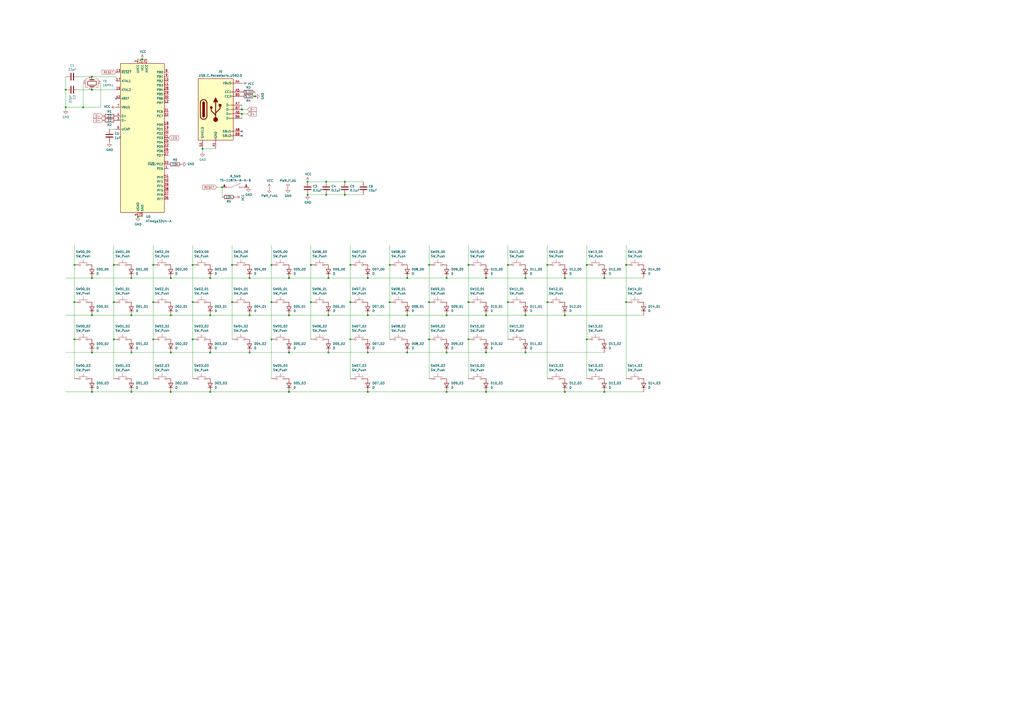
<source format=kicad_sch>
(kicad_sch (version 20211123) (generator eeschema)
  (paper "A2")
  (lib_symbols
    (symbol "Connector:USB_C_Receptacle_USB2.0" (pin_names (offset 1.016))
      (property "Reference" "J" (at -10.16 19.05 0))
      (property "Value" "USB_C_Receptacle_USB2.0" (at 19.05 19.05 0))
      (symbol "USB_C_Receptacle_USB2.0_1_1"
        (pin passive line (at 0 -22.86 90) (length 5.08) (name "GND") (number "A1"))
        (pin passive line (at 0 -22.86 90) (length 5.08) hide (name "GND") (number "A12"))
        (pin passive line (at 15.24 15.24 180) (length 5.08) (name "VBUS") (number "A4"))
        (pin bidirectional line (at 15.24 10.16 180) (length 5.08) (name "CC1") (number "A5"))
        (pin bidirectional line (at 15.24 -2.54 180) (length 5.08) (name "D+") (number "A6"))
        (pin bidirectional line (at 15.24 2.54 180) (length 5.08) (name "D-") (number "A7"))
        (pin bidirectional line (at 15.24 -12.7 180) (length 5.08) (name "SBU1") (number "A8"))
        (pin passive line (at 15.24 15.24 180) (length 5.08) hide (name "VBUS") (number "A9"))
        (pin passive line (at 0 -22.86 90) (length 5.08) hide (name "GND") (number "B1"))
        (pin passive line (at 0 -22.86 90) (length 5.08) hide (name "GND") (number "B12"))
        (pin passive line (at 15.24 15.24 180) (length 5.08) hide (name "VBUS") (number "B4"))
        (pin bidirectional line (at 15.24 7.62 180) (length 5.08) (name "CC2") (number "B5"))
        (pin bidirectional line (at 15.24 -5.08 180) (length 5.08) (name "D+") (number "B6"))
        (pin bidirectional line (at 15.24 0 180) (length 5.08) (name "D-") (number "B7"))
        (pin bidirectional line (at 15.24 -15.24 180) (length 5.08) (name "SBU2") (number "B8"))
        (pin passive line (at 15.24 15.24 180) (length 5.08) hide (name "VBUS") (number "B9"))
        (pin passive line (at -7.62 -22.86 90) (length 5.08) (name "SHIELD") (number "S1"))
      )
    )
    (symbol "Device:C" (pin_numbers hide) (pin_names (offset 0.254))
      (property "Reference" "C" (at 0.635 2.54 0))
      (property "Value" "C" (at 0.635 -2.54 0))
      (symbol "C_1_1"
        (pin passive line (at 0 3.81 270) (length 2.794) (name "~") (number "1"))
        (pin passive line (at 0 -3.81 90) (length 2.794) (name "~") (number "2"))
      )
    )
    (symbol "Device:Crystal_GND24" (pin_names (offset 1.016) hide)
      (property "Reference" "Y" (at 3.175 5.08 0))
      (property "Value" "Crystal_GND24" (at 3.175 3.175 0))
      (symbol "Crystal_GND24_1_1"
        (pin passive line (at -3.81 0 0) (length 1.27) (name "1") (number "1"))
        (pin passive line (at 0 5.08 270) (length 1.27) (name "2") (number "2"))
        (pin passive line (at 3.81 0 180) (length 1.27) (name "3") (number "3"))
        (pin passive line (at 0 -5.08 90) (length 1.27) (name "4") (number "4"))
      )
    )
    (symbol "Device:D" (pin_numbers hide) (pin_names (offset 1.016) hide)
      (property "Reference" "D" (at 0 2.54 0))
      (property "Value" "D" (at 0 -2.54 0))
      (symbol "D_1_1"
        (pin passive line (at -3.81 0 0) (length 2.54) (name "K") (number "1"))
        (pin passive line (at 3.81 0 180) (length 2.54) (name "A") (number "2"))
      )
    )
    (symbol "Device:R" (pin_numbers hide) (pin_names (offset 0))
      (property "Reference" "R" (at 2.032 0 90))
      (property "Value" "R" (at 0 0 90))
      (symbol "R_1_1"
        (pin passive line (at 0 3.81 270) (length 1.27) (name "~") (number "1"))
        (pin passive line (at 0 -3.81 90) (length 1.27) (name "~") (number "2"))
      )
    )
    (symbol "MCU_Microchip_ATmega:ATmega32U4-A"
      (property "Reference" "U" (at -12.7 44.45 0))
      (property "Value" "ATmega32U4-A" (at 2.54 -44.45 0))
      (symbol "ATmega32U4-A_1_1"
        (pin bidirectional line (at 15.24 -17.78 180) (length 2.54) (name "PE6") (number "1"))
        (pin bidirectional line (at 15.24 33.02 180) (length 2.54) (name "PB2") (number "10"))
        (pin bidirectional line (at 15.24 30.48 180) (length 2.54) (name "PB3") (number "11"))
        (pin bidirectional line (at 15.24 20.32 180) (length 2.54) (name "PB7") (number "12"))
        (pin input line (at -15.24 38.1 0) (length 2.54) (name "~{RESET}") (number "13"))
        (pin power_in line (at 0 45.72 270) (length 2.54) (name "VCC") (number "14"))
        (pin power_in line (at 0 -45.72 90) (length 2.54) (name "GND") (number "15"))
        (pin output line (at -15.24 27.94 0) (length 2.54) (name "XTAL2") (number "16"))
        (pin input line (at -15.24 33.02 0) (length 2.54) (name "XTAL1") (number "17"))
        (pin bidirectional line (at 15.24 7.62 180) (length 2.54) (name "PD0") (number "18"))
        (pin bidirectional line (at 15.24 5.08 180) (length 2.54) (name "PD1") (number "19"))
        (pin power_in line (at -2.54 45.72 270) (length 2.54) (name "UVCC") (number "2"))
        (pin bidirectional line (at 15.24 2.54 180) (length 2.54) (name "PD2") (number "20"))
        (pin bidirectional line (at 15.24 0 180) (length 2.54) (name "PD3") (number "21"))
        (pin bidirectional line (at 15.24 -5.08 180) (length 2.54) (name "PD5") (number "22"))
        (pin passive line (at 0 -45.72 90) (length 2.54) hide (name "GND") (number "23"))
        (pin power_in line (at 2.54 45.72 270) (length 2.54) (name "AVCC") (number "24"))
        (pin bidirectional line (at 15.24 -2.54 180) (length 2.54) (name "PD4") (number "25"))
        (pin bidirectional line (at 15.24 -7.62 180) (length 2.54) (name "PD6") (number "26"))
        (pin bidirectional line (at 15.24 -10.16 180) (length 2.54) (name "PD7") (number "27"))
        (pin bidirectional line (at 15.24 27.94 180) (length 2.54) (name "PB4") (number "28"))
        (pin bidirectional line (at 15.24 25.4 180) (length 2.54) (name "PB5") (number "29"))
        (pin bidirectional line (at -15.24 10.16 0) (length 2.54) (name "D-") (number "3"))
        (pin bidirectional line (at 15.24 22.86 180) (length 2.54) (name "PB6") (number "30"))
        (pin bidirectional line (at 15.24 15.24 180) (length 2.54) (name "PC6") (number "31"))
        (pin bidirectional line (at 15.24 12.7 180) (length 2.54) (name "PC7") (number "32"))
        (pin bidirectional line (at 15.24 -15.24 180) (length 2.54) (name "~{HWB}/PE2") (number "33"))
        (pin passive line (at 0 45.72 270) (length 2.54) hide (name "VCC") (number "34"))
        (pin passive line (at 0 -45.72 90) (length 2.54) hide (name "GND") (number "35"))
        (pin bidirectional line (at 15.24 -35.56 180) (length 2.54) (name "PF7") (number "36"))
        (pin bidirectional line (at 15.24 -33.02 180) (length 2.54) (name "PF6") (number "37"))
        (pin bidirectional line (at 15.24 -30.48 180) (length 2.54) (name "PF5") (number "38"))
        (pin bidirectional line (at 15.24 -27.94 180) (length 2.54) (name "PF4") (number "39"))
        (pin bidirectional line (at -15.24 12.7 0) (length 2.54) (name "D+") (number "4"))
        (pin bidirectional line (at 15.24 -25.4 180) (length 2.54) (name "PF1") (number "40"))
        (pin bidirectional line (at 15.24 -22.86 180) (length 2.54) (name "PF0") (number "41"))
        (pin passive line (at -15.24 22.86 0) (length 2.54) (name "AREF") (number "42"))
        (pin passive line (at 0 -45.72 90) (length 2.54) hide (name "GND") (number "43"))
        (pin passive line (at 2.54 45.72 270) (length 2.54) hide (name "AVCC") (number "44"))
        (pin passive line (at -2.54 -45.72 90) (length 2.54) (name "UGND") (number "5"))
        (pin passive line (at -15.24 5.08 0) (length 2.54) (name "UCAP") (number "6"))
        (pin input line (at -15.24 17.78 0) (length 2.54) (name "VBUS") (number "7"))
        (pin bidirectional line (at 15.24 38.1 180) (length 2.54) (name "PB0") (number "8"))
        (pin bidirectional line (at 15.24 35.56 180) (length 2.54) (name "PB1") (number "9"))
      )
    )
    (symbol "Switch:SW_Push" (pin_numbers hide) (pin_names (offset 1.016) hide)
      (property "Reference" "SW" (at 1.27 2.54 0))
      (property "Value" "SW_Push" (at 0 -1.524 0))
      (symbol "SW_Push_0_1"
        (pin passive line (at -5.08 0 0) (length 2.54) (name "1") (number "1"))
        (pin passive line (at 5.08 0 180) (length 2.54) (name "2") (number "2"))
      )
    )
    (symbol "TS-1187A-B-A-B:TS-1187A-B-A-B" (pin_names (offset 1.016) hide)
      (property "Reference" "S" (at -2.54 2.54 0))
      (property "Value" "TS-1187A-B-A-B" (at -2.54 -2.54 0))
      (symbol "TS-1187A-B-A-B_0_0"
        (pin passive line (at -7.62 0 0) (length 2.54) (name "~") (number "A"))
        (pin passive line (at -7.62 0 0) (length 2.54) (name "~") (number "B"))
        (pin passive line (at 7.62 0 180) (length 2.54) (name "~") (number "C"))
        (pin passive line (at 7.62 0 180) (length 2.54) (name "~") (number "D"))
      )
    )
    (symbol "power:GND" (power) (pin_names (offset 0))
      (property "Value" "GND" (at 0 -3.81 0))
      (symbol "GND_1_1"
        (pin power_in line (at 0 0 270) (length 0) hide (name "GND") (number "1"))
      )
    )
    (symbol "power:PWR_FLAG" (power) (pin_numbers hide) (pin_names (offset 0) hide)
      (property "Value" "PWR_FLAG" (at 0 3.81 0))
      (symbol "PWR_FLAG_0_0"
        (pin power_out line (at 0 0 90) (length 0) (name "pwr") (number "1"))
      )
    )
    (symbol "power:VCC" (power) (pin_names (offset 0))
      (property "Value" "VCC" (at 0 3.81 0))
      (symbol "VCC_1_1"
        (pin power_in line (at 0 0 90) (length 0) hide (name "VCC") (number "1"))
      )
    )
  )
  (junction (at 53.34 182.88))
  (junction (at 281.94 204.47))
  (junction (at 200.025 113.03))
  (junction (at 99.06 204.47))
  (junction (at 226.06 175.26))
  (junction (at 248.92 153.67))
  (junction (at 350.52 161.29))
  (junction (at 134.62 175.26))
  (junction (at 327.66 161.29))
  (junction (at 213.36 227.33))
  (junction (at 213.36 161.29))
  (junction (at 38.1 62.23))
  (junction (at 128.905 108.585))
  (junction (at 140.335 63.5))
  (junction (at 304.8 204.47))
  (junction (at 43.18 153.67))
  (junction (at 271.78 153.67))
  (junction (at 203.2 196.85))
  (junction (at 82.55 34.29))
  (junction (at 271.78 175.26))
  (junction (at 180.34 153.67))
  (junction (at 111.76 196.85))
  (junction (at 66.04 175.26))
  (junction (at 157.48 175.26))
  (junction (at 167.64 182.88))
  (junction (at 157.48 196.85))
  (junction (at 259.08 161.29))
  (junction (at 88.9 196.85))
  (junction (at 226.06 153.67))
  (junction (at 180.34 175.26))
  (junction (at 189.23 113.03))
  (junction (at 76.2 182.88))
  (junction (at 304.8 161.29))
  (junction (at 134.62 153.67))
  (junction (at 203.2 153.67))
  (junction (at 294.64 175.26))
  (junction (at 190.5 204.47))
  (junction (at 121.92 204.47))
  (junction (at 144.78 182.88))
  (junction (at 304.8 182.88))
  (junction (at 121.92 161.29))
  (junction (at 281.94 182.88))
  (junction (at 38.1 52.07))
  (junction (at 317.5 175.26))
  (junction (at 259.08 227.33))
  (junction (at 80.01 125.73))
  (junction (at 117.475 86.36))
  (junction (at 363.22 175.26))
  (junction (at 157.48 153.67))
  (junction (at 248.92 175.26))
  (junction (at 271.78 196.85))
  (junction (at 99.06 182.88))
  (junction (at 43.18 196.85))
  (junction (at 88.9 153.67))
  (junction (at 66.04 153.67))
  (junction (at 99.06 161.29))
  (junction (at 111.76 153.67))
  (junction (at 121.92 227.33))
  (junction (at 327.66 182.88))
  (junction (at 259.08 204.47))
  (junction (at 167.64 227.33))
  (junction (at 76.2 227.33))
  (junction (at 363.22 153.67))
  (junction (at 203.2 175.26))
  (junction (at 327.66 227.33))
  (junction (at 213.36 204.47))
  (junction (at 259.08 182.88))
  (junction (at 213.36 182.88))
  (junction (at 43.18 175.26))
  (junction (at 144.78 161.29))
  (junction (at 236.22 161.29))
  (junction (at 66.04 196.85))
  (junction (at 53.34 227.33))
  (junction (at 200.025 105.41))
  (junction (at 121.92 182.88))
  (junction (at 178.435 105.41))
  (junction (at 317.5 153.67))
  (junction (at 189.23 105.41))
  (junction (at 111.76 175.26))
  (junction (at 340.36 196.85))
  (junction (at 350.52 227.33))
  (junction (at 53.34 204.47))
  (junction (at 167.64 204.47))
  (junction (at 190.5 182.88))
  (junction (at 144.78 204.47))
  (junction (at 167.64 161.29))
  (junction (at 248.92 196.85))
  (junction (at 76.2 204.47))
  (junction (at 281.94 161.29))
  (junction (at 88.9 175.26))
  (junction (at 236.22 204.47))
  (junction (at 340.36 153.67))
  (junction (at 281.94 227.33))
  (junction (at 190.5 161.29))
  (junction (at 99.06 227.33))
  (junction (at 53.34 44.45))
  (junction (at 294.64 153.67))
  (junction (at 140.335 66.04))
  (junction (at 236.22 182.88))
  (junction (at 48.26 62.23))
  (junction (at 76.2 161.29))
  (junction (at 178.435 113.03))
  (junction (at 53.34 52.07))
  (junction (at 53.34 161.29))
  (junction (at 147.955 55.88))
  (no_connect (at 140.335 76.2))
  (no_connect (at 67.31 57.15))
  (no_connect (at 140.335 78.74))
  (wire (pts (xy 157.48 153.67) (xy 157.48 175.26)))
  (wire (pts (xy 294.64 153.67) (xy 294.64 175.26)))
  (wire (pts (xy 304.8 161.29) (xy 327.66 161.29)))
  (wire (pts (xy 76.2 227.33) (xy 99.06 227.33)))
  (wire (pts (xy 259.08 161.29) (xy 281.94 161.29)))
  (wire (pts (xy 304.8 204.47) (xy 350.52 204.47)))
  (wire (pts (xy 38.1 44.45) (xy 38.1 52.07)))
  (wire (pts (xy 99.06 182.88) (xy 121.92 182.88)))
  (wire (pts (xy 167.64 182.88) (xy 190.5 182.88)))
  (wire (pts (xy 363.22 153.67) (xy 363.22 175.26)))
  (wire (pts (xy 111.76 142.24) (xy 111.76 153.67)))
  (wire (pts (xy 203.2 153.67) (xy 203.2 175.26)))
  (wire (pts (xy 203.2 175.26) (xy 203.2 196.85)))
  (wire (pts (xy 88.9 175.26) (xy 88.9 196.85)))
  (wire (pts (xy 281.94 204.47) (xy 304.8 204.47)))
  (wire (pts (xy 111.76 153.67) (xy 111.76 175.26)))
  (wire (pts (xy 340.36 153.67) (xy 340.36 196.85)))
  (wire (pts (xy 117.475 86.36) (xy 125.095 86.36)))
  (wire (pts (xy 53.34 161.29) (xy 76.2 161.29)))
  (wire (pts (xy 121.92 182.88) (xy 144.78 182.88)))
  (wire (pts (xy 80.01 34.29) (xy 82.55 34.29)))
  (wire (pts (xy 140.335 63.5) (xy 143.51 63.5)))
  (wire (pts (xy 134.62 153.67) (xy 134.62 175.26)))
  (wire (pts (xy 340.36 142.24) (xy 340.36 153.67)))
  (wire (pts (xy 66.04 153.67) (xy 66.04 175.26)))
  (wire (pts (xy 117.475 86.36) (xy 117.475 88.265)))
  (wire (pts (xy 180.34 142.24) (xy 180.34 153.67)))
  (wire (pts (xy 317.5 175.26) (xy 317.5 219.71)))
  (wire (pts (xy 38.1 52.07) (xy 38.1 62.23)))
  (wire (pts (xy 66.04 196.85) (xy 66.04 219.71)))
  (wire (pts (xy 248.92 153.67) (xy 248.92 175.26)))
  (wire (pts (xy 259.08 182.88) (xy 281.94 182.88)))
  (wire (pts (xy 271.78 175.26) (xy 271.78 196.85)))
  (wire (pts (xy 236.22 204.47) (xy 259.08 204.47)))
  (wire (pts (xy 363.22 175.26) (xy 363.22 219.71)))
  (wire (pts (xy 327.66 182.88) (xy 373.38 182.88)))
  (wire (pts (xy 236.22 161.29) (xy 259.08 161.29)))
  (wire (pts (xy 88.9 153.67) (xy 88.9 175.26)))
  (wire (pts (xy 140.335 60.96) (xy 140.335 63.5)))
  (wire (pts (xy 281.94 227.33) (xy 327.66 227.33)))
  (wire (pts (xy 167.64 227.33) (xy 213.36 227.33)))
  (wire (pts (xy 38.1 182.88) (xy 53.34 182.88)))
  (wire (pts (xy 121.92 161.29) (xy 144.78 161.29)))
  (wire (pts (xy 66.04 175.26) (xy 66.04 196.85)))
  (wire (pts (xy 99.06 227.33) (xy 121.92 227.33)))
  (wire (pts (xy 226.06 142.24) (xy 226.06 153.67)))
  (wire (pts (xy 53.34 44.45) (xy 67.31 44.45)))
  (wire (pts (xy 144.78 204.47) (xy 167.64 204.47)))
  (wire (pts (xy 271.78 153.67) (xy 271.78 175.26)))
  (wire (pts (xy 317.5 153.67) (xy 317.5 175.26)))
  (wire (pts (xy 38.1 62.23) (xy 38.1 63.5)))
  (wire (pts (xy 350.52 227.33) (xy 373.38 227.33)))
  (wire (pts (xy 99.06 161.29) (xy 121.92 161.29)))
  (wire (pts (xy 99.06 204.47) (xy 121.92 204.47)))
  (wire (pts (xy 203.2 142.24) (xy 203.2 153.67)))
  (wire (pts (xy 213.36 161.29) (xy 236.22 161.29)))
  (wire (pts (xy 304.8 182.88) (xy 327.66 182.88)))
  (wire (pts (xy 200.025 105.41) (xy 189.23 105.41)))
  (wire (pts (xy 111.76 175.26) (xy 111.76 196.85)))
  (wire (pts (xy 63.5 74.93) (xy 67.31 74.93)))
  (wire (pts (xy 271.78 196.85) (xy 271.78 219.71)))
  (wire (pts (xy 58.42 48.26) (xy 58.42 62.23)))
  (wire (pts (xy 248.92 196.85) (xy 248.92 219.71)))
  (wire (pts (xy 48.26 48.26) (xy 48.26 62.23)))
  (wire (pts (xy 121.92 227.33) (xy 167.64 227.33)))
  (wire (pts (xy 327.66 161.29) (xy 350.52 161.29)))
  (wire (pts (xy 157.48 142.24) (xy 157.48 153.67)))
  (wire (pts (xy 88.9 196.85) (xy 88.9 219.71)))
  (wire (pts (xy 226.06 175.26) (xy 226.06 196.85)))
  (wire (pts (xy 294.64 142.24) (xy 294.64 153.67)))
  (wire (pts (xy 140.335 66.04) (xy 143.51 66.04)))
  (wire (pts (xy 43.18 142.24) (xy 43.18 153.67)))
  (wire (pts (xy 157.48 175.26) (xy 157.48 196.85)))
  (wire (pts (xy 213.36 227.33) (xy 259.08 227.33)))
  (wire (pts (xy 88.9 142.24) (xy 88.9 153.67)))
  (wire (pts (xy 38.1 204.47) (xy 53.34 204.47)))
  (wire (pts (xy 327.66 227.33) (xy 350.52 227.33)))
  (wire (pts (xy 67.31 46.99) (xy 67.31 44.45)))
  (wire (pts (xy 200.025 113.03) (xy 189.23 113.03)))
  (wire (pts (xy 350.52 161.29) (xy 373.38 161.29)))
  (wire (pts (xy 213.36 204.47) (xy 236.22 204.47)))
  (wire (pts (xy 43.18 196.85) (xy 43.18 219.71)))
  (wire (pts (xy 38.1 62.23) (xy 48.26 62.23)))
  (wire (pts (xy 38.1 227.33) (xy 53.34 227.33)))
  (wire (pts (xy 189.23 113.03) (xy 178.435 113.03)))
  (wire (pts (xy 134.62 142.24) (xy 134.62 153.67)))
  (wire (pts (xy 294.64 175.26) (xy 294.64 196.85)))
  (wire (pts (xy 43.18 175.26) (xy 43.18 196.85)))
  (wire (pts (xy 180.34 175.26) (xy 180.34 196.85)))
  (wire (pts (xy 82.55 34.29) (xy 85.09 34.29)))
  (wire (pts (xy 226.06 153.67) (xy 226.06 175.26)))
  (wire (pts (xy 144.78 182.88) (xy 167.64 182.88)))
  (wire (pts (xy 200.025 105.41) (xy 210.82 105.41)))
  (wire (pts (xy 121.92 204.47) (xy 144.78 204.47)))
  (wire (pts (xy 76.2 204.47) (xy 99.06 204.47)))
  (wire (pts (xy 236.22 182.88) (xy 259.08 182.88)))
  (wire (pts (xy 281.94 161.29) (xy 304.8 161.29)))
  (wire (pts (xy 111.76 196.85) (xy 111.76 219.71)))
  (wire (pts (xy 190.5 161.29) (xy 213.36 161.29)))
  (wire (pts (xy 53.34 204.47) (xy 76.2 204.47)))
  (wire (pts (xy 45.72 52.07) (xy 53.34 52.07)))
  (wire (pts (xy 147.955 53.34) (xy 147.955 55.88)))
  (wire (pts (xy 167.64 204.47) (xy 190.5 204.47)))
  (wire (pts (xy 167.64 161.29) (xy 190.5 161.29)))
  (wire (pts (xy 125.73 108.585) (xy 128.905 108.585)))
  (wire (pts (xy 53.34 182.88) (xy 76.2 182.88)))
  (wire (pts (xy 43.18 153.67) (xy 43.18 175.26)))
  (wire (pts (xy 128.905 108.585) (xy 128.905 114.3)))
  (wire (pts (xy 45.72 44.45) (xy 53.34 44.45)))
  (wire (pts (xy 76.2 161.29) (xy 99.06 161.29)))
  (wire (pts (xy 190.5 182.88) (xy 213.36 182.88)))
  (wire (pts (xy 66.04 142.24) (xy 66.04 153.67)))
  (wire (pts (xy 363.22 142.24) (xy 363.22 153.67)))
  (wire (pts (xy 203.2 196.85) (xy 203.2 219.71)))
  (wire (pts (xy 213.36 182.88) (xy 236.22 182.88)))
  (wire (pts (xy 180.34 153.67) (xy 180.34 175.26)))
  (wire (pts (xy 200.025 113.03) (xy 210.82 113.03)))
  (wire (pts (xy 48.26 62.23) (xy 58.42 62.23)))
  (wire (pts (xy 340.36 196.85) (xy 340.36 219.71)))
  (wire (pts (xy 189.23 105.41) (xy 178.435 105.41)))
  (wire (pts (xy 80.01 125.73) (xy 82.55 125.73)))
  (wire (pts (xy 38.1 161.29) (xy 53.34 161.29)))
  (wire (pts (xy 76.2 182.88) (xy 99.06 182.88)))
  (wire (pts (xy 281.94 182.88) (xy 304.8 182.88)))
  (wire (pts (xy 248.92 175.26) (xy 248.92 196.85)))
  (wire (pts (xy 271.78 142.24) (xy 271.78 153.67)))
  (wire (pts (xy 134.62 175.26) (xy 134.62 196.85)))
  (wire (pts (xy 144.78 161.29) (xy 167.64 161.29)))
  (wire (pts (xy 53.34 227.33) (xy 76.2 227.33)))
  (wire (pts (xy 140.335 66.04) (xy 140.335 68.58)))
  (wire (pts (xy 259.08 227.33) (xy 281.94 227.33)))
  (wire (pts (xy 157.48 196.85) (xy 157.48 219.71)))
  (wire (pts (xy 259.08 204.47) (xy 281.94 204.47)))
  (wire (pts (xy 190.5 204.47) (xy 213.36 204.47)))
  (wire (pts (xy 248.92 142.24) (xy 248.92 153.67)))
  (wire (pts (xy 317.5 142.24) (xy 317.5 153.67)))
  (wire (pts (xy 53.34 52.07) (xy 67.31 52.07)))
  (global_label "D-" (shape input) (at 143.51 63.5 0) (property "Intersheet References" "${INTERSHEET_REFS}" (effects hide)))
  (global_label "D+" (shape input) (at 59.69 67.31 180) (property "Intersheet References" "${INTERSHEET_REFS}" (effects hide)))
  (global_label "D+" (shape input) (at 143.51 66.04 0) (property "Intersheet References" "${INTERSHEET_REFS}" (effects hide)))
  (global_label "LED" (shape input) (at 97.79 80.01 0) (property "Intersheet References" "${INTERSHEET_REFS}" (effects hide)))
  (global_label "RESET" (shape input) (at 67.31 41.91 180) (property "Intersheet References" "${INTERSHEET_REFS}" (effects hide)))
  (global_label "D-" (shape input) (at 59.69 69.85 180) (property "Intersheet References" "${INTERSHEET_REFS}" (effects hide)))
  (global_label "RESET" (shape input) (at 125.73 108.585 180) (property "Intersheet References" "${INTERSHEET_REFS}" (effects hide)))
  (symbol (lib_id "Device:C") (at 41.91 52.07 270) (unit 1)
    (property "Reference" "C2" (at 43.0784 54.991 0) (effects (justify left)))
    (property "Value" "22pF" (at 40.767 54.991 0) (effects (justify left)))
    (property "Footprint" "Capacitor_SMD:C_1206_3216Metric" (effects hide))
  )
  (symbol (lib_id "Device:D") (at 53.34 179.07 90) (unit 1)
    (property "Reference" "D00_01" (at 55.88 177.7999 90) (effects (justify right)))
    (property "Value" "D" (at 55.88 180.3399 90) (effects (justify right)))
    (property "Footprint" "random-keyboard-parts:D_SOD-123-Pretty" (effects hide))
  )
  (symbol (lib_id "TS-1187A-B-A-B:TS-1187A-B-A-B") (at 136.525 108.585 0) (unit 1)
    (property "Reference" "R_SW0" (at 136.525 102.2604 0))
    (property "Value" "TS-1187A-B-A-B" (at 136.525 104.5718 0))
    (property "Footprint" "TS-1187A-B-A-B:SW_TS-1187A-B-A-B" (effects hide))
    (property "MANUFACTURER" "XKB Industrial Precision" (effects hide))
    (property "PARTREV" "A0" (effects hide))
    (property "MAXIMUM_PACKAGE_HEIGHT" "1.5mm" (effects hide))
    (property "STANDARD" "Manufacturer Recommendations" (effects hide))
  )
  (symbol (lib_id "Device:D") (at 99.06 223.52 90) (unit 1)
    (property "Reference" "D02_03" (at 101.6 222.2499 90) (effects (justify right)))
    (property "Value" "D" (at 101.6 224.7899 90) (effects (justify right)))
    (property "Footprint" "random-keyboard-parts:D_SOD-123-Pretty" (effects hide))
  )
  (symbol (lib_id "Device:D") (at 53.34 157.48 90) (unit 1)
    (property "Reference" "D00_00" (at 55.88 156.2099 90) (effects (justify right)))
    (property "Value" "D" (at 55.88 158.7499 90) (effects (justify right)))
    (property "Footprint" "random-keyboard-parts:D_SOD-123-Pretty" (effects hide))
  )
  (symbol (lib_id "Device:R") (at 63.5 67.31 270) (unit 1)
    (property "Reference" "R1" (at 63.5 64.77 90))
    (property "Value" "22" (at 63.5 67.31 90))
    (property "Footprint" "Resistor_SMD:R_1206_3216Metric" (effects hide))
  )
  (symbol (lib_id "Device:D") (at 213.36 200.66 90) (unit 1)
    (property "Reference" "D07_02" (at 215.9 199.3899 90) (effects (justify right)))
    (property "Value" "D" (at 215.9 201.9299 90) (effects (justify right)))
    (property "Footprint" "random-keyboard-parts:D_SOD-123-Pretty" (effects hide))
  )
  (symbol (lib_id "Device:D") (at 167.64 179.07 90) (unit 1)
    (property "Reference" "D05_01" (at 170.18 177.7999 90) (effects (justify right)))
    (property "Value" "D" (at 170.18 180.3399 90) (effects (justify right)))
    (property "Footprint" "random-keyboard-parts:D_SOD-123-Pretty" (effects hide))
  )
  (symbol (lib_id "Device:D") (at 53.34 200.66 90) (unit 1)
    (property "Reference" "D00_02" (at 55.88 199.3899 90) (effects (justify right)))
    (property "Value" "D" (at 55.88 201.9299 90) (effects (justify right)))
    (property "Footprint" "random-keyboard-parts:D_SOD-123-Pretty" (effects hide))
  )
  (symbol (lib_id "Switch:SW_Push") (at 368.3 153.67 0) (unit 1)
    (property "Reference" "SW14_00" (at 368.3 146.05 0))
    (property "Value" "SW_Push" (at 368.3 148.59 0))
    (property "Footprint" "MX_Only:MXOnly-1U-Hotswap" (effects hide))
  )
  (symbol (lib_id "Device:D") (at 350.52 157.48 90) (unit 1)
    (property "Reference" "D13_00" (at 353.06 156.2099 90) (effects (justify right)))
    (property "Value" "D" (at 353.06 158.7499 90) (effects (justify right)))
    (property "Footprint" "random-keyboard-parts:D_SOD-123-Pretty" (effects hide))
  )
  (symbol (lib_id "Switch:SW_Push") (at 162.56 153.67 0) (unit 1)
    (property "Reference" "SW05_00" (at 162.56 146.05 0))
    (property "Value" "SW_Push" (at 162.56 148.59 0))
    (property "Footprint" "MX_Only:MXOnly-1U-Hotswap" (effects hide))
  )
  (symbol (lib_id "Device:D") (at 373.38 157.48 90) (unit 1)
    (property "Reference" "D14_00" (at 375.92 156.2099 90) (effects (justify right)))
    (property "Value" "D" (at 375.92 158.7499 90) (effects (justify right)))
    (property "Footprint" "random-keyboard-parts:D_SOD-123-Pretty" (effects hide))
  )
  (symbol (lib_id "power:GND") (at 105.41 95.25 90) (unit 1)
    (property "Reference" "#PWR0108" (effects hide))
    (property "Value" "GND" (at 108.6612 95.123 90) (effects (justify right)))
  )
  (symbol (lib_id "Device:D") (at 259.08 179.07 90) (unit 1)
    (property "Reference" "D09_01" (at 261.62 177.7999 90) (effects (justify right)))
    (property "Value" "D" (at 261.62 180.3399 90) (effects (justify right)))
    (property "Footprint" "random-keyboard-parts:D_SOD-123-Pretty" (effects hide))
  )
  (symbol (lib_id "Switch:SW_Push") (at 276.86 175.26 0) (unit 1)
    (property "Reference" "SW10_01" (at 276.86 167.64 0))
    (property "Value" "SW_Push" (at 276.86 170.18 0))
    (property "Footprint" "MX_Only:MXOnly-1.5U-Hotswap" (effects hide))
  )
  (symbol (lib_id "Device:C") (at 189.23 109.22 0) (unit 1)
    (property "Reference" "C4" (at 192.151 108.0516 0) (effects (justify left)))
    (property "Value" "0.1μF" (at 192.151 110.363 0) (effects (justify left)))
    (property "Footprint" "Capacitor_SMD:C_1206_3216Metric" (effects hide))
  )
  (symbol (lib_id "Device:D") (at 144.78 200.66 90) (unit 1)
    (property "Reference" "D04_02" (at 147.32 199.3899 90) (effects (justify right)))
    (property "Value" "D" (at 147.32 201.9299 90) (effects (justify right)))
    (property "Footprint" "random-keyboard-parts:D_SOD-123-Pretty" (effects hide))
  )
  (symbol (lib_id "MCU_Microchip_ATmega:ATmega32U4-A") (at 82.55 80.01 0) (unit 1)
    (property "Reference" "U0" (at 84.5694 125.73 0) (effects (justify left)))
    (property "Value" "ATmega32U4-A" (at 84.5694 128.27 0) (effects (justify left)))
    (property "Footprint" "Package_QFP:TQFP-44_10x10mm_P0.8mm" (effects hide))
    (property "Datasheet" "http://ww1.microchip.com/downloads/en/DeviceDoc/Atmel-7766-8-bit-AVR-ATmega16U4-32U4_Datasheet.pdf" (effects hide))
  )
  (symbol (lib_id "Device:D") (at 144.78 179.07 90) (unit 1)
    (property "Reference" "D04_01" (at 147.32 177.7999 90) (effects (justify right)))
    (property "Value" "D" (at 147.32 180.3399 90) (effects (justify right)))
    (property "Footprint" "random-keyboard-parts:D_SOD-123-Pretty" (effects hide))
  )
  (symbol (lib_id "Device:D") (at 76.2 223.52 90) (unit 1)
    (property "Reference" "D01_03" (at 78.74 222.2499 90) (effects (justify right)))
    (property "Value" "D" (at 78.74 224.7899 90) (effects (justify right)))
    (property "Footprint" "random-keyboard-parts:D_SOD-123-Pretty" (effects hide))
  )
  (symbol (lib_id "Device:D") (at 327.66 223.52 90) (unit 1)
    (property "Reference" "D12_03" (at 330.2 222.2499 90) (effects (justify right)))
    (property "Value" "D" (at 330.2 224.7899 90) (effects (justify right)))
    (property "Footprint" "random-keyboard-parts:D_SOD-123-Pretty" (effects hide))
  )
  (symbol (lib_id "Device:C") (at 178.435 109.22 0) (unit 1)
    (property "Reference" "C3" (at 181.356 108.0516 0) (effects (justify left)))
    (property "Value" "0.1μF" (at 181.356 110.363 0) (effects (justify left)))
    (property "Footprint" "Capacitor_SMD:C_1206_3216Metric" (effects hide))
  )
  (symbol (lib_id "Device:D") (at 76.2 157.48 90) (unit 1)
    (property "Reference" "D01_00" (at 78.74 156.2099 90) (effects (justify right)))
    (property "Value" "D" (at 78.74 158.7499 90) (effects (justify right)))
    (property "Footprint" "random-keyboard-parts:D_SOD-123-Pretty" (effects hide))
  )
  (symbol (lib_id "Switch:SW_Push") (at 208.28 175.26 0) (unit 1)
    (property "Reference" "SW07_01" (at 208.28 167.64 0))
    (property "Value" "SW_Push" (at 208.28 170.18 0))
    (property "Footprint" "MX_Only:MXOnly-1.5U-Hotswap" (effects hide))
  )
  (symbol (lib_id "Device:C") (at 210.82 109.22 0) (unit 1)
    (property "Reference" "C6" (at 213.741 108.0516 0) (effects (justify left)))
    (property "Value" "10μF" (at 213.741 110.363 0) (effects (justify left)))
    (property "Footprint" "Capacitor_SMD:C_1206_3216Metric" (effects hide))
  )
  (symbol (lib_id "power:GND") (at 144.145 108.585 0) (unit 1)
    (property "Reference" "#PWR0111" (effects hide))
    (property "Value" "GND" (at 144.272 112.9792 0))
  )
  (symbol (lib_id "Switch:SW_Push") (at 116.84 153.67 0) (unit 1)
    (property "Reference" "SW03_00" (at 116.84 146.05 0))
    (property "Value" "SW_Push" (at 116.84 148.59 0))
    (property "Footprint" "MX_Only:MXOnly-1U-Hotswap" (effects hide))
  )
  (symbol (lib_id "Switch:SW_Push") (at 71.12 219.71 0) (unit 1)
    (property "Reference" "SW01_03" (at 71.12 212.09 0))
    (property "Value" "SW_Push" (at 71.12 214.63 0))
    (property "Footprint" "MX_Only:MXOnly-1.25U-Hotswap" (effects hide))
  )
  (symbol (lib_id "Device:D") (at 281.94 157.48 90) (unit 1)
    (property "Reference" "D10_00" (at 284.48 156.2099 90) (effects (justify right)))
    (property "Value" "D" (at 284.48 158.7499 90) (effects (justify right)))
    (property "Footprint" "random-keyboard-parts:D_SOD-123-Pretty" (effects hide))
  )
  (symbol (lib_id "Switch:SW_Push") (at 162.56 175.26 0) (unit 1)
    (property "Reference" "SW05_01" (at 162.56 167.64 0))
    (property "Value" "SW_Push" (at 162.56 170.18 0))
    (property "Footprint" "MX_Only:MXOnly-1.5U-Hotswap" (effects hide))
  )
  (symbol (lib_id "Switch:SW_Push") (at 48.26 153.67 0) (unit 1)
    (property "Reference" "SW00_00" (at 48.26 146.05 0))
    (property "Value" "SW_Push" (at 48.26 148.59 0))
    (property "Footprint" "MX_Only:MXOnly-1U-Hotswap" (effects hide))
  )
  (symbol (lib_id "Switch:SW_Push") (at 299.72 175.26 0) (unit 1)
    (property "Reference" "SW11_01" (at 299.72 167.64 0))
    (property "Value" "SW_Push" (at 299.72 170.18 0))
    (property "Footprint" "MX_Only:MXOnly-1.5U-Hotswap" (effects hide))
  )
  (symbol (lib_id "Switch:SW_Push") (at 139.7 153.67 0) (unit 1)
    (property "Reference" "SW04_00" (at 139.7 146.05 0))
    (property "Value" "SW_Push" (at 139.7 148.59 0))
    (property "Footprint" "MX_Only:MXOnly-1U-Hotswap" (effects hide))
  )
  (symbol (lib_id "Device:R") (at 144.145 53.34 270) (unit 1)
    (property "Reference" "R3" (at 144.145 50.8 90))
    (property "Value" "5.1k" (at 144.145 53.34 90))
    (property "Footprint" "Resistor_SMD:R_1206_3216Metric" (effects hide))
  )
  (symbol (lib_id "Switch:SW_Push") (at 116.84 175.26 0) (unit 1)
    (property "Reference" "SW03_01" (at 116.84 167.64 0))
    (property "Value" "SW_Push" (at 116.84 170.18 0))
    (property "Footprint" "MX_Only:MXOnly-1.5U-Hotswap" (effects hide))
  )
  (symbol (lib_id "Device:D") (at 281.94 223.52 90) (unit 1)
    (property "Reference" "D10_03" (at 284.48 222.2499 90) (effects (justify right)))
    (property "Value" "D" (at 284.48 224.7899 90) (effects (justify right)))
    (property "Footprint" "random-keyboard-parts:D_SOD-123-Pretty" (effects hide))
  )
  (symbol (lib_id "Device:D") (at 99.06 179.07 90) (unit 1)
    (property "Reference" "D02_01" (at 101.6 177.7999 90) (effects (justify right)))
    (property "Value" "D" (at 101.6 180.3399 90) (effects (justify right)))
    (property "Footprint" "random-keyboard-parts:D_SOD-123-Pretty" (effects hide))
  )
  (symbol (lib_id "Device:D") (at 350.52 223.52 90) (unit 1)
    (property "Reference" "D13_03" (at 353.06 222.2499 90) (effects (justify right)))
    (property "Value" "D" (at 353.06 224.7899 90) (effects (justify right)))
    (property "Footprint" "random-keyboard-parts:D_SOD-123-Pretty" (effects hide))
  )
  (symbol (lib_id "Device:D") (at 281.94 179.07 90) (unit 1)
    (property "Reference" "D10_01" (at 284.48 177.7999 90) (effects (justify right)))
    (property "Value" "D" (at 284.48 180.3399 90) (effects (justify right)))
    (property "Footprint" "random-keyboard-parts:D_SOD-123-Pretty" (effects hide))
  )
  (symbol (lib_id "Device:D") (at 213.36 223.52 90) (unit 1)
    (property "Reference" "D07_03" (at 215.9 222.2499 90) (effects (justify right)))
    (property "Value" "D" (at 215.9 224.7899 90) (effects (justify right)))
    (property "Footprint" "random-keyboard-parts:D_SOD-123-Pretty" (effects hide))
  )
  (symbol (lib_id "Switch:SW_Push") (at 254 175.26 0) (unit 1)
    (property "Reference" "SW09_01" (at 254 167.64 0))
    (property "Value" "SW_Push" (at 254 170.18 0))
    (property "Footprint" "MX_Only:MXOnly-1.5U-Hotswap" (effects hide))
  )
  (symbol (lib_id "Connector:USB_C_Receptacle_USB2.0") (at 125.095 63.5 0) (unit 1)
    (property "Reference" "J0" (at 127.8128 41.4782 0))
    (property "Value" "USB_C_Receptacle_USB2.0" (at 127.8128 43.7896 0))
    (property "Footprint" "Connector_USB:USB_C_Receptacle_HRO_TYPE-C-31-M-12" (effects hide))
    (property "Datasheet" "https://www.usb.org/sites/default/files/documents/usb_type-c.zip" (effects hide))
  )
  (symbol (lib_id "Device:D") (at 190.5 179.07 90) (unit 1)
    (property "Reference" "D06_01" (at 193.04 177.7999 90) (effects (justify right)))
    (property "Value" "D" (at 193.04 180.3399 90) (effects (justify right)))
    (property "Footprint" "random-keyboard-parts:D_SOD-123-Pretty" (effects hide))
  )
  (symbol (lib_id "Device:R") (at 132.715 114.3 270) (unit 1)
    (property "Reference" "R5" (at 132.715 116.84 90))
    (property "Value" "10k" (at 132.715 114.3 90))
    (property "Footprint" "Resistor_SMD:R_1206_3216Metric" (effects hide))
  )
  (symbol (lib_id "Switch:SW_Push") (at 71.12 196.85 0) (unit 1)
    (property "Reference" "SW01_02" (at 71.12 189.23 0))
    (property "Value" "SW_Push" (at 71.12 191.77 0))
    (property "Footprint" "MX_Only:MXOnly-1.25U-Hotswap" (effects hide))
  )
  (symbol (lib_id "Device:D") (at 190.5 157.48 90) (unit 1)
    (property "Reference" "D06_00" (at 193.04 156.2099 90) (effects (justify right)))
    (property "Value" "D" (at 193.04 158.7499 90) (effects (justify right)))
    (property "Footprint" "random-keyboard-parts:D_SOD-123-Pretty" (effects hide))
  )
  (symbol (lib_id "power:VCC") (at 67.31 62.23 90) (unit 1)
    (property "Reference" "#PWR0114" (effects hide))
    (property "Value" "VCC" (at 64.0842 61.849 90) (effects (justify left)))
  )
  (symbol (lib_id "Switch:SW_Push") (at 322.58 153.67 0) (unit 1)
    (property "Reference" "SW12_00" (at 322.58 146.05 0))
    (property "Value" "SW_Push" (at 322.58 148.59 0))
    (property "Footprint" "MX_Only:MXOnly-1U-Hotswap" (effects hide))
  )
  (symbol (lib_id "power:PWR_FLAG") (at 167.005 109.22 0) (unit 1)
    (property "Reference" "#FLG0101" (effects hide))
    (property "Value" "PWR_FLAG" (at 167.005 104.8258 0))
  )
  (symbol (lib_id "Device:D") (at 259.08 157.48 90) (unit 1)
    (property "Reference" "D09_00" (at 261.62 156.2099 90) (effects (justify right)))
    (property "Value" "D" (at 261.62 158.7499 90) (effects (justify right)))
    (property "Footprint" "random-keyboard-parts:D_SOD-123-Pretty" (effects hide))
  )
  (symbol (lib_id "power:GND") (at 63.5 82.55 0) (unit 1)
    (property "Reference" "#PWR0115" (effects hide))
    (property "Value" "GND" (at 63.627 86.9442 0))
  )
  (symbol (lib_id "Device:D") (at 76.2 179.07 90) (unit 1)
    (property "Reference" "D01_01" (at 78.74 177.7999 90) (effects (justify right)))
    (property "Value" "D" (at 78.74 180.3399 90) (effects (justify right)))
    (property "Footprint" "random-keyboard-parts:D_SOD-123-Pretty" (effects hide))
  )
  (symbol (lib_id "Switch:SW_Push") (at 93.98 153.67 0) (unit 1)
    (property "Reference" "SW02_00" (at 93.98 146.05 0))
    (property "Value" "SW_Push" (at 93.98 148.59 0))
    (property "Footprint" "MX_Only:MXOnly-1U-Hotswap" (effects hide))
  )
  (symbol (lib_id "Switch:SW_Push") (at 276.86 219.71 0) (unit 1)
    (property "Reference" "SW10_03" (at 276.86 212.09 0))
    (property "Value" "SW_Push" (at 276.86 214.63 0))
    (property "Footprint" "MX_Only:MXOnly-1.25U-Hotswap" (effects hide))
  )
  (symbol (lib_id "Device:D") (at 259.08 223.52 90) (unit 1)
    (property "Reference" "D09_03" (at 261.62 222.2499 90) (effects (justify right)))
    (property "Value" "D" (at 261.62 224.7899 90) (effects (justify right)))
    (property "Footprint" "random-keyboard-parts:D_SOD-123-Pretty" (effects hide))
  )
  (symbol (lib_id "power:VCC") (at 156.21 109.22 0) (unit 1)
    (property "Reference" "#PWR0103" (effects hide))
    (property "Value" "VCC" (at 156.591 104.8258 0))
  )
  (symbol (lib_id "Switch:SW_Push") (at 368.3 175.26 0) (unit 1)
    (property "Reference" "SW14_01" (at 368.3 167.64 0))
    (property "Value" "SW_Push" (at 368.3 170.18 0))
    (property "Footprint" "MX_Only:MXOnly-1.5U-Hotswap" (effects hide))
  )
  (symbol (lib_id "Device:D") (at 236.22 179.07 90) (unit 1)
    (property "Reference" "D08_01" (at 238.76 177.7999 90) (effects (justify right)))
    (property "Value" "D" (at 238.76 180.3399 90) (effects (justify right)))
    (property "Footprint" "random-keyboard-parts:D_SOD-123-Pretty" (effects hide))
  )
  (symbol (lib_id "Device:D") (at 167.64 200.66 90) (unit 1)
    (property "Reference" "D05_02" (at 170.18 199.3899 90) (effects (justify right)))
    (property "Value" "D" (at 170.18 201.9299 90) (effects (justify right)))
    (property "Footprint" "random-keyboard-parts:D_SOD-123-Pretty" (effects hide))
  )
  (symbol (lib_id "Switch:SW_Push") (at 48.26 219.71 0) (unit 1)
    (property "Reference" "SW00_03" (at 48.26 212.09 0))
    (property "Value" "SW_Push" (at 48.26 214.63 0))
    (property "Footprint" "MX_Only:MXOnly-1.25U-Hotswap" (effects hide))
  )
  (symbol (lib_id "power:GND") (at 147.955 55.88 90) (unit 1)
    (property "Reference" "#PWR0106" (effects hide))
    (property "Value" "GND" (at 152.3492 55.753 0))
  )
  (symbol (lib_id "power:GND") (at 167.005 109.22 0) (unit 1)
    (property "Reference" "#PWR0104" (effects hide))
    (property "Value" "GND" (at 167.132 113.6142 0))
  )
  (symbol (lib_id "power:GND") (at 80.01 125.73 0) (unit 1)
    (property "Reference" "#PWR0105" (effects hide))
    (property "Value" "GND" (at 80.137 130.1242 0))
  )
  (symbol (lib_id "Device:D") (at 121.92 223.52 90) (unit 1)
    (property "Reference" "D03_03" (at 124.46 222.2499 90) (effects (justify right)))
    (property "Value" "D" (at 124.46 224.7899 90) (effects (justify right)))
    (property "Footprint" "random-keyboard-parts:D_SOD-123-Pretty" (effects hide))
  )
  (symbol (lib_id "power:VCC") (at 136.525 114.3 270) (unit 1)
    (property "Reference" "#PWR0112" (effects hide))
    (property "Value" "VCC" (at 140.9192 114.681 0))
  )
  (symbol (lib_id "Switch:SW_Push") (at 299.72 196.85 0) (unit 1)
    (property "Reference" "SW11_02" (at 299.72 189.23 0))
    (property "Value" "SW_Push" (at 299.72 191.77 0))
    (property "Footprint" "MX_Only:MXOnly-1.25U-Hotswap" (effects hide))
  )
  (symbol (lib_id "Switch:SW_Push") (at 93.98 219.71 0) (unit 1)
    (property "Reference" "SW02_03" (at 93.98 212.09 0))
    (property "Value" "SW_Push" (at 93.98 214.63 0))
    (property "Footprint" "MX_Only:MXOnly-1.25U-Hotswap" (effects hide))
  )
  (symbol (lib_id "Switch:SW_Push") (at 48.26 196.85 0) (unit 1)
    (property "Reference" "SW00_02" (at 48.26 189.23 0))
    (property "Value" "SW_Push" (at 48.26 191.77 0))
    (property "Footprint" "MX_Only:MXOnly-1.25U-Hotswap" (effects hide))
  )
  (symbol (lib_id "Device:D") (at 190.5 200.66 90) (unit 1)
    (property "Reference" "D06_02" (at 193.04 199.3899 90) (effects (justify right)))
    (property "Value" "D" (at 193.04 201.9299 90) (effects (justify right)))
    (property "Footprint" "random-keyboard-parts:D_SOD-123-Pretty" (effects hide))
  )
  (symbol (lib_id "Switch:SW_Push") (at 254 196.85 0) (unit 1)
    (property "Reference" "SW09_02" (at 254 189.23 0))
    (property "Value" "SW_Push" (at 254 191.77 0))
    (property "Footprint" "MX_Only:MXOnly-1.25U-Hotswap" (effects hide))
  )
  (symbol (lib_id "Device:C") (at 63.5 78.74 0) (unit 1)
    (property "Reference" "C0" (at 66.421 77.5716 0) (effects (justify left)))
    (property "Value" "1μF" (at 66.421 79.883 0) (effects (justify left)))
    (property "Footprint" "Capacitor_SMD:C_1206_3216Metric" (effects hide))
  )
  (symbol (lib_id "Device:R") (at 101.6 95.25 270) (unit 1)
    (property "Reference" "R0" (at 101.6 92.71 90))
    (property "Value" "10k" (at 101.6 95.25 90))
    (property "Footprint" "Resistor_SMD:R_1206_3216Metric" (effects hide))
  )
  (symbol (lib_id "Device:D") (at 304.8 179.07 90) (unit 1)
    (property "Reference" "D11_01" (at 307.34 177.7999 90) (effects (justify right)))
    (property "Value" "D" (at 307.34 180.3399 90) (effects (justify right)))
    (property "Footprint" "random-keyboard-parts:D_SOD-123-Pretty" (effects hide))
  )
  (symbol (lib_id "Switch:SW_Push") (at 93.98 196.85 0) (unit 1)
    (property "Reference" "SW02_02" (at 93.98 189.23 0))
    (property "Value" "SW_Push" (at 93.98 191.77 0))
    (property "Footprint" "MX_Only:MXOnly-1.25U-Hotswap" (effects hide))
  )
  (symbol (lib_id "Device:D") (at 259.08 200.66 90) (unit 1)
    (property "Reference" "D09_02" (at 261.62 199.3899 90) (effects (justify right)))
    (property "Value" "D" (at 261.62 201.9299 90) (effects (justify right)))
    (property "Footprint" "random-keyboard-parts:D_SOD-123-Pretty" (effects hide))
  )
  (symbol (lib_id "Switch:SW_Push") (at 71.12 175.26 0) (unit 1)
    (property "Reference" "SW01_01" (at 71.12 167.64 0))
    (property "Value" "SW_Push" (at 71.12 170.18 0))
    (property "Footprint" "MX_Only:MXOnly-1.5U-Hotswap" (effects hide))
  )
  (symbol (lib_id "Device:D") (at 76.2 200.66 90) (unit 1)
    (property "Reference" "D01_02" (at 78.74 199.3899 90) (effects (justify right)))
    (property "Value" "D" (at 78.74 201.9299 90) (effects (justify right)))
    (property "Footprint" "random-keyboard-parts:D_SOD-123-Pretty" (effects hide))
  )
  (symbol (lib_id "Switch:SW_Push") (at 231.14 175.26 0) (unit 1)
    (property "Reference" "SW08_01" (at 231.14 167.64 0))
    (property "Value" "SW_Push" (at 231.14 170.18 0))
    (property "Footprint" "MX_Only:MXOnly-1.5U-Hotswap" (effects hide))
  )
  (symbol (lib_id "power:GND") (at 38.1 63.5 0) (unit 1)
    (property "Reference" "#PWR0113" (effects hide))
    (property "Value" "GND" (at 38.227 67.8942 0))
  )
  (symbol (lib_id "Device:D") (at 121.92 157.48 90) (unit 1)
    (property "Reference" "D03_00" (at 124.46 156.2099 90) (effects (justify right)))
    (property "Value" "D" (at 124.46 158.7499 90) (effects (justify right)))
    (property "Footprint" "random-keyboard-parts:D_SOD-123-Pretty" (effects hide))
  )
  (symbol (lib_id "Switch:SW_Push") (at 116.84 196.85 0) (unit 1)
    (property "Reference" "SW03_02" (at 116.84 189.23 0))
    (property "Value" "SW_Push" (at 116.84 191.77 0))
    (property "Footprint" "MX_Only:MXOnly-1.25U-Hotswap" (effects hide))
  )
  (symbol (lib_id "Switch:SW_Push") (at 208.28 219.71 0) (unit 1)
    (property "Reference" "SW07_03" (at 208.28 212.09 0))
    (property "Value" "SW_Push" (at 208.28 214.63 0))
    (property "Footprint" "MX_Only:MXOnly-1.25U-Hotswap" (effects hide))
  )
  (symbol (lib_id "Device:D") (at 350.52 200.66 90) (unit 1)
    (property "Reference" "D13_02" (at 353.06 199.3899 90) (effects (justify right)))
    (property "Value" "D" (at 353.06 201.9299 90) (effects (justify right)))
    (property "Footprint" "random-keyboard-parts:D_SOD-123-Pretty" (effects hide))
  )
  (symbol (lib_id "Device:D") (at 213.36 179.07 90) (unit 1)
    (property "Reference" "D07_01" (at 215.9 177.7999 90) (effects (justify right)))
    (property "Value" "D" (at 215.9 180.3399 90) (effects (justify right)))
    (property "Footprint" "random-keyboard-parts:D_SOD-123-Pretty" (effects hide))
  )
  (symbol (lib_id "Device:D") (at 281.94 200.66 90) (unit 1)
    (property "Reference" "D10_02" (at 284.48 199.3899 90) (effects (justify right)))
    (property "Value" "D" (at 284.48 201.9299 90) (effects (justify right)))
    (property "Footprint" "random-keyboard-parts:D_SOD-123-Pretty" (effects hide))
  )
  (symbol (lib_id "power:GND") (at 117.475 88.265 0) (unit 1)
    (property "Reference" "#PWR0109" (effects hide))
    (property "Value" "GND" (at 117.602 92.6592 0))
  )
  (symbol (lib_id "Device:D") (at 304.8 157.48 90) (unit 1)
    (property "Reference" "D11_00" (at 307.34 156.2099 90) (effects (justify right)))
    (property "Value" "D" (at 307.34 158.7499 90) (effects (justify right)))
    (property "Footprint" "random-keyboard-parts:D_SOD-123-Pretty" (effects hide))
  )
  (symbol (lib_id "Device:D") (at 144.78 157.48 90) (unit 1)
    (property "Reference" "D04_00" (at 147.32 156.2099 90) (effects (justify right)))
    (property "Value" "D" (at 147.32 158.7499 90) (effects (justify right)))
    (property "Footprint" "random-keyboard-parts:D_SOD-123-Pretty" (effects hide))
  )
  (symbol (lib_id "Switch:SW_Push") (at 185.42 196.85 0) (unit 1)
    (property "Reference" "SW06_02" (at 185.42 189.23 0))
    (property "Value" "SW_Push" (at 185.42 191.77 0))
    (property "Footprint" "MX_Only:MXOnly-1.25U-Hotswap" (effects hide))
  )
  (symbol (lib_id "Device:Crystal_GND24") (at 53.34 48.26 90) (unit 1)
    (property "Reference" "Y0" (at 59.5376 47.0916 90) (effects (justify right)))
    (property "Value" "16Mhz" (at 59.5376 49.403 90) (effects (justify right)))
    (property "Footprint" "Crystal:Crystal_SMD_SeikoEpson_FA238-4Pin_3.2x2.5mm" (effects hide))
  )
  (symbol (lib_id "Switch:SW_Push") (at 48.26 175.26 0) (unit 1)
    (property "Reference" "SW00_01" (at 48.26 167.64 0))
    (property "Value" "SW_Push" (at 48.26 170.18 0))
    (property "Footprint" "MX_Only:MXOnly-1.5U-Hotswap" (effects hide))
  )
  (symbol (lib_id "Device:D") (at 304.8 200.66 90) (unit 1)
    (property "Reference" "D11_02" (at 307.34 199.3899 90) (effects (justify right)))
    (property "Value" "D" (at 307.34 201.9299 90) (effects (justify right)))
    (property "Footprint" "random-keyboard-parts:D_SOD-123-Pretty" (effects hide))
  )
  (symbol (lib_id "Switch:SW_Push") (at 93.98 175.26 0) (unit 1)
    (property "Reference" "SW02_01" (at 93.98 167.64 0))
    (property "Value" "SW_Push" (at 93.98 170.18 0))
    (property "Footprint" "MX_Only:MXOnly-1.5U-Hotswap" (effects hide))
  )
  (symbol (lib_id "Device:R") (at 63.5 69.85 270) (unit 1)
    (property "Reference" "R2" (at 63.5 72.39 90))
    (property "Value" "22" (at 63.5 69.85 90))
    (property "Footprint" "Resistor_SMD:R_1206_3216Metric" (effects hide))
  )
  (symbol (lib_id "Switch:SW_Push") (at 276.86 153.67 0) (unit 1)
    (property "Reference" "SW10_00" (at 276.86 146.05 0))
    (property "Value" "SW_Push" (at 276.86 148.59 0))
    (property "Footprint" "MX_Only:MXOnly-1U-Hotswap" (effects hide))
  )
  (symbol (lib_id "power:VCC") (at 178.435 105.41 0) (unit 1)
    (property "Reference" "#PWR0101" (effects hide))
    (property "Value" "VCC" (at 178.816 101.0158 0))
  )
  (symbol (lib_id "Device:D") (at 121.92 200.66 90) (unit 1)
    (property "Reference" "D03_02" (at 124.46 199.3899 90) (effects (justify right)))
    (property "Value" "D" (at 124.46 201.9299 90) (effects (justify right)))
    (property "Footprint" "random-keyboard-parts:D_SOD-123-Pretty" (effects hide))
  )
  (symbol (lib_id "Switch:SW_Push") (at 322.58 175.26 0) (unit 1)
    (property "Reference" "SW12_01" (at 322.58 167.64 0))
    (property "Value" "SW_Push" (at 322.58 170.18 0))
    (property "Footprint" "MX_Only:MXOnly-1.5U-Hotswap" (effects hide))
  )
  (symbol (lib_id "Switch:SW_Push") (at 276.86 196.85 0) (unit 1)
    (property "Reference" "SW10_02" (at 276.86 189.23 0))
    (property "Value" "SW_Push" (at 276.86 191.77 0))
    (property "Footprint" "MX_Only:MXOnly-1.25U-Hotswap" (effects hide))
  )
  (symbol (lib_id "Device:D") (at 327.66 157.48 90) (unit 1)
    (property "Reference" "D12_00" (at 330.2 156.2099 90) (effects (justify right)))
    (property "Value" "D" (at 330.2 158.7499 90) (effects (justify right)))
    (property "Footprint" "random-keyboard-parts:D_SOD-123-Pretty" (effects hide))
  )
  (symbol (lib_id "Device:D") (at 99.06 200.66 90) (unit 1)
    (property "Reference" "D02_02" (at 101.6 199.3899 90) (effects (justify right)))
    (property "Value" "D" (at 101.6 201.9299 90) (effects (justify right)))
    (property "Footprint" "random-keyboard-parts:D_SOD-123-Pretty" (effects hide))
  )
  (symbol (lib_id "Switch:SW_Push") (at 254 219.71 0) (unit 1)
    (property "Reference" "SW09_03" (at 254 212.09 0))
    (property "Value" "SW_Push" (at 254 214.63 0))
    (property "Footprint" "MX_Only:MXOnly-1.25U-Hotswap" (effects hide))
  )
  (symbol (lib_id "Device:D") (at 53.34 223.52 90) (unit 1)
    (property "Reference" "D00_03" (at 55.88 222.2499 90) (effects (justify right)))
    (property "Value" "D" (at 55.88 224.7899 90) (effects (justify right)))
    (property "Footprint" "random-keyboard-parts:D_SOD-123-Pretty" (effects hide))
  )
  (symbol (lib_id "Device:R") (at 144.145 55.88 270) (unit 1)
    (property "Reference" "R4" (at 144.145 58.42 90))
    (property "Value" "5.1k" (at 144.145 55.88 90))
    (property "Footprint" "Resistor_SMD:R_1206_3216Metric" (effects hide))
  )
  (symbol (lib_id "Switch:SW_Push") (at 345.44 153.67 0) (unit 1)
    (property "Reference" "SW13_00" (at 345.44 146.05 0))
    (property "Value" "SW_Push" (at 345.44 148.59 0))
    (property "Footprint" "MX_Only:MXOnly-1U-Hotswap" (effects hide))
  )
  (symbol (lib_id "Device:D") (at 236.22 200.66 90) (unit 1)
    (property "Reference" "D08_02" (at 238.76 199.3899 90) (effects (justify right)))
    (property "Value" "D" (at 238.76 201.9299 90) (effects (justify right)))
    (property "Footprint" "random-keyboard-parts:D_SOD-123-Pretty" (effects hide))
  )
  (symbol (lib_id "power:GND") (at 178.435 113.03 0) (unit 1)
    (property "Reference" "#PWR0102" (effects hide))
    (property "Value" "GND" (at 178.562 117.4242 0))
  )
  (symbol (lib_id "Device:D") (at 99.06 157.48 90) (unit 1)
    (property "Reference" "D02_00" (at 101.6 156.2099 90) (effects (justify right)))
    (property "Value" "D" (at 101.6 158.7499 90) (effects (justify right)))
    (property "Footprint" "random-keyboard-parts:D_SOD-123-Pretty" (effects hide))
  )
  (symbol (lib_id "Device:C") (at 200.025 109.22 0) (unit 1)
    (property "Reference" "C5" (at 202.946 108.0516 0) (effects (justify left)))
    (property "Value" "0.1μF" (at 202.946 110.363 0) (effects (justify left)))
    (property "Footprint" "Capacitor_SMD:C_1206_3216Metric" (effects hide))
  )
  (symbol (lib_id "Switch:SW_Push") (at 231.14 196.85 0) (unit 1)
    (property "Reference" "SW08_02" (at 231.14 189.23 0))
    (property "Value" "SW_Push" (at 231.14 191.77 0))
    (property "Footprint" "MX_Only:MXOnly-1.25U-Hotswap" (effects hide))
  )
  (symbol (lib_id "Device:C") (at 41.91 44.45 90) (unit 1)
    (property "Reference" "C1" (at 41.91 38.0492 90))
    (property "Value" "22pF" (at 41.91 40.3606 90))
    (property "Footprint" "Capacitor_SMD:C_1206_3216Metric" (effects hide))
  )
  (symbol (lib_id "Device:D") (at 121.92 179.07 90) (unit 1)
    (property "Reference" "D03_01" (at 124.46 177.7999 90) (effects (justify right)))
    (property "Value" "D" (at 124.46 180.3399 90) (effects (justify right)))
    (property "Footprint" "random-keyboard-parts:D_SOD-123-Pretty" (effects hide))
  )
  (symbol (lib_id "Device:D") (at 213.36 157.48 90) (unit 1)
    (property "Reference" "D07_00" (at 215.9 156.2099 90) (effects (justify right)))
    (property "Value" "D" (at 215.9 158.7499 90) (effects (justify right)))
    (property "Footprint" "random-keyboard-parts:D_SOD-123-Pretty" (effects hide))
  )
  (symbol (lib_id "Switch:SW_Push") (at 254 153.67 0) (unit 1)
    (property "Reference" "SW09_00" (at 254 146.05 0))
    (property "Value" "SW_Push" (at 254 148.59 0))
    (property "Footprint" "MX_Only:MXOnly-1U-Hotswap" (effects hide))
  )
  (symbol (lib_id "Switch:SW_Push") (at 185.42 175.26 0) (unit 1)
    (property "Reference" "SW06_01" (at 185.42 167.64 0))
    (property "Value" "SW_Push" (at 185.42 170.18 0))
    (property "Footprint" "MX_Only:MXOnly-1.5U-Hotswap" (effects hide))
  )
  (symbol (lib_id "Device:D") (at 373.38 223.52 90) (unit 1)
    (property "Reference" "D14_03" (at 375.92 222.2499 90) (effects (justify right)))
    (property "Value" "D" (at 375.92 224.7899 90) (effects (justify right)))
    (property "Footprint" "random-keyboard-parts:D_SOD-123-Pretty" (effects hide))
  )
  (symbol (lib_id "Device:D") (at 327.66 179.07 90) (unit 1)
    (property "Reference" "D12_01" (at 330.2 177.7999 90) (effects (justify right)))
    (property "Value" "D" (at 330.2 180.3399 90) (effects (justify right)))
    (property "Footprint" "random-keyboard-parts:D_SOD-123-Pretty" (effects hide))
  )
  (symbol (lib_id "Device:D") (at 167.64 157.48 90) (unit 1)
    (property "Reference" "D05_00" (at 170.18 156.2099 90) (effects (justify right)))
    (property "Value" "D" (at 170.18 158.7499 90) (effects (justify right)))
    (property "Footprint" "random-keyboard-parts:D_SOD-123-Pretty" (effects hide))
  )
  (symbol (lib_id "power:VCC") (at 140.335 48.26 270) (unit 1)
    (property "Reference" "#PWR0107" (effects hide))
    (property "Value" "VCC" (at 143.5862 48.641 90) (effects (justify left)))
  )
  (symbol (lib_id "Switch:SW_Push") (at 139.7 196.85 0) (unit 1)
    (property "Reference" "SW04_02" (at 139.7 189.23 0))
    (property "Value" "SW_Push" (at 139.7 191.77 0))
    (property "Footprint" "MX_Only:MXOnly-1.25U-Hotswap" (effects hide))
  )
  (symbol (lib_id "Switch:SW_Push") (at 368.3 219.71 0) (unit 1)
    (property "Reference" "SW14_03" (at 368.3 212.09 0))
    (property "Value" "SW_Push" (at 368.3 214.63 0))
    (property "Footprint" "MX_Only:MXOnly-1.25U-Hotswap" (effects hide))
  )
  (symbol (lib_id "Switch:SW_Push") (at 71.12 153.67 0) (unit 1)
    (property "Reference" "SW01_00" (at 71.12 146.05 0))
    (property "Value" "SW_Push" (at 71.12 148.59 0))
    (property "Footprint" "MX_Only:MXOnly-1U-Hotswap" (effects hide))
  )
  (symbol (lib_id "Switch:SW_Push") (at 208.28 153.67 0) (unit 1)
    (property "Reference" "SW07_00" (at 208.28 146.05 0))
    (property "Value" "SW_Push" (at 208.28 148.59 0))
    (property "Footprint" "MX_Only:MXOnly-1U-Hotswap" (effects hide))
  )
  (symbol (lib_id "Switch:SW_Push") (at 345.44 196.85 0) (unit 1)
    (property "Reference" "SW13_02" (at 345.44 189.23 0))
    (property "Value" "SW_Push" (at 345.44 191.77 0))
    (property "Footprint" "MX_Only:MXOnly-1.25U-Hotswap" (effects hide))
  )
  (symbol (lib_id "Device:D") (at 236.22 157.48 90) (unit 1)
    (property "Reference" "D08_00" (at 238.76 156.2099 90) (effects (justify right)))
    (property "Value" "D" (at 238.76 158.7499 90) (effects (justify right)))
    (property "Footprint" "random-keyboard-parts:D_SOD-123-Pretty" (effects hide))
  )
  (symbol (lib_id "Device:D") (at 373.38 179.07 90) (unit 1)
    (property "Reference" "D14_01" (at 375.92 177.7999 90) (effects (justify right)))
    (property "Value" "D" (at 375.92 180.3399 90) (effects (justify right)))
    (property "Footprint" "random-keyboard-parts:D_SOD-123-Pretty" (effects hide))
  )
  (symbol (lib_id "power:PWR_FLAG") (at 156.21 109.22 180) (unit 1)
    (property "Reference" "#FLG0102" (effects hide))
    (property "Value" "PWR_FLAG" (at 156.21 113.6142 0))
  )
  (symbol (lib_id "Switch:SW_Push") (at 208.28 196.85 0) (unit 1)
    (property "Reference" "SW07_02" (at 208.28 189.23 0))
    (property "Value" "SW_Push" (at 208.28 191.77 0))
    (property "Footprint" "MX_Only:MXOnly-1.25U-Hotswap" (effects hide))
  )
  (symbol (lib_id "Switch:SW_Push") (at 116.84 219.71 0) (unit 1)
    (property "Reference" "SW03_03" (at 116.84 212.09 0))
    (property "Value" "SW_Push" (at 116.84 214.63 0))
    (property "Footprint" "MX_Only:MXOnly-1.25U-Hotswap" (effects hide))
  )
  (symbol (lib_id "Device:D") (at 167.64 223.52 90) (unit 1)
    (property "Reference" "D05_03" (at 170.18 222.2499 90) (effects (justify right)))
    (property "Value" "D" (at 170.18 224.7899 90) (effects (justify right)))
    (property "Footprint" "random-keyboard-parts:D_SOD-123-Pretty" (effects hide))
  )
  (symbol (lib_id "power:VCC") (at 82.55 34.29 0) (unit 1)
    (property "Reference" "#PWR0110" (effects hide))
    (property "Value" "VCC" (at 82.931 29.8958 0))
  )
  (symbol (lib_id "Switch:SW_Push") (at 185.42 153.67 0) (unit 1)
    (property "Reference" "SW06_00" (at 185.42 146.05 0))
    (property "Value" "SW_Push" (at 185.42 148.59 0))
    (property "Footprint" "MX_Only:MXOnly-1U-Hotswap" (effects hide))
  )
  (symbol (lib_id "Switch:SW_Push") (at 345.44 219.71 0) (unit 1)
    (property "Reference" "SW13_03" (at 345.44 212.09 0))
    (property "Value" "SW_Push" (at 345.44 214.63 0))
    (property "Footprint" "MX_Only:MXOnly-1.25U-Hotswap" (effects hide))
  )
  (symbol (lib_id "Switch:SW_Push") (at 162.56 219.71 0) (unit 1)
    (property "Reference" "SW05_03" (at 162.56 212.09 0))
    (property "Value" "SW_Push" (at 162.56 214.63 0))
    (property "Footprint" "MX_Only:MXOnly-1.25U-Hotswap" (effects hide))
  )
  (symbol (lib_id "Switch:SW_Push") (at 231.14 153.67 0) (unit 1)
    (property "Reference" "SW08_00" (at 231.14 146.05 0))
    (property "Value" "SW_Push" (at 231.14 148.59 0))
    (property "Footprint" "MX_Only:MXOnly-1U-Hotswap" (effects hide))
  )
  (symbol (lib_id "Switch:SW_Push") (at 299.72 153.67 0) (unit 1)
    (property "Reference" "SW11_00" (at 299.72 146.05 0))
    (property "Value" "SW_Push" (at 299.72 148.59 0))
    (property "Footprint" "MX_Only:MXOnly-1U-Hotswap" (effects hide))
  )
  (symbol (lib_id "Switch:SW_Push") (at 322.58 219.71 0) (unit 1)
    (property "Reference" "SW12_03" (at 322.58 212.09 0))
    (property "Value" "SW_Push" (at 322.58 214.63 0))
    (property "Footprint" "MX_Only:MXOnly-1.25U-Hotswap" (effects hide))
  )
  (symbol (lib_id "Switch:SW_Push") (at 139.7 175.26 0) (unit 1)
    (property "Reference" "SW04_01" (at 139.7 167.64 0))
    (property "Value" "SW_Push" (at 139.7 170.18 0))
    (property "Footprint" "MX_Only:MXOnly-1.5U-Hotswap" (effects hide))
  )
  (symbol (lib_id "Switch:SW_Push") (at 162.56 196.85 0) (unit 1)
    (property "Reference" "SW05_02" (at 162.56 189.23 0))
    (property "Value" "SW_Push" (at 162.56 191.77 0))
    (property "Footprint" "MX_Only:MXOnly-1.25U-Hotswap" (effects hide))
  )
)
</source>
